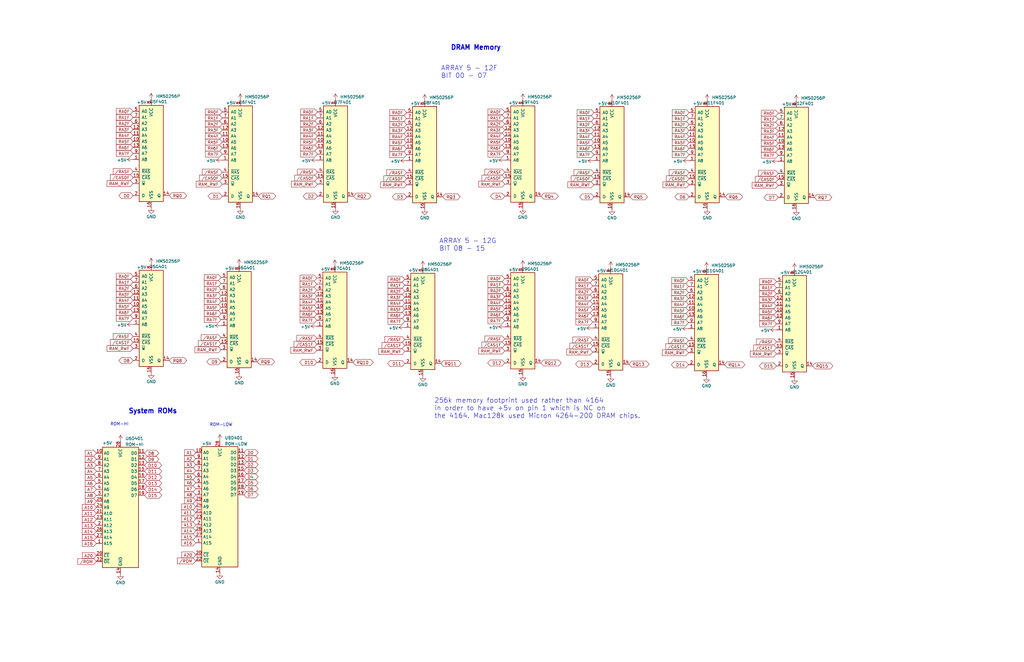
<source format=kicad_sch>
(kicad_sch (version 20211123) (generator eeschema)
  (paper "B")
  (title_block (title "Schematic, Main Logic Board, 128k") (date "2023-01-28") (rev "Redraw 001") (company "Apple Computer") (comment 1 "050-0073-C") (comment 2 "Release"))
  (lib_symbols
    (symbol "Memory_EPROM:27512"
      (property "Reference" "U" (at -7.62 26.67 0))
      (property "Value" "27512" (at 2.54 -26.67 0))
      (symbol "27512_1_1"
        (rectangle (start -7.62 25.4) (end 7.62 -25.4) (stroke (width 0.254)) (fill (type background)))
        (pin input line (at -10.16 -15.24 0) (length 2.54) (name "A15") (number "1"))
        (pin input line (at -10.16 22.86 0) (length 2.54) (name "A0") (number "10"))
        (pin tri_state line (at 10.16 22.86 180) (length 2.54) (name "D0") (number "11"))
        (pin tri_state line (at 10.16 20.32 180) (length 2.54) (name "D1") (number "12"))
        (pin tri_state line (at 10.16 17.78 180) (length 2.54) (name "D2") (number "13"))
        (pin power_in line (at 0 -27.94 90) (length 2.54) (name "GND") (number "14"))
        (pin tri_state line (at 10.16 15.24 180) (length 2.54) (name "D3") (number "15"))
        (pin tri_state line (at 10.16 12.7 180) (length 2.54) (name "D4") (number "16"))
        (pin tri_state line (at 10.16 10.16 180) (length 2.54) (name "D5") (number "17"))
        (pin tri_state line (at 10.16 7.62 180) (length 2.54) (name "D6") (number "18"))
        (pin tri_state line (at 10.16 5.08 180) (length 2.54) (name "D7") (number "19"))
        (pin input line (at -10.16 -7.62 0) (length 2.54) (name "A12") (number "2"))
        (pin input line (at -10.16 -20.32 0) (length 2.54) (name "~{CE}") (number "20"))
        (pin input line (at -10.16 -2.54 0) (length 2.54) (name "A10") (number "21"))
        (pin input line (at -10.16 -22.86 0) (length 2.54) (name "~{OE}") (number "22"))
        (pin input line (at -10.16 -5.08 0) (length 2.54) (name "A11") (number "23"))
        (pin input line (at -10.16 0 0) (length 2.54) (name "A9") (number "24"))
        (pin input line (at -10.16 2.54 0) (length 2.54) (name "A8") (number "25"))
        (pin input line (at -10.16 -10.16 0) (length 2.54) (name "A13") (number "26"))
        (pin input line (at -10.16 -12.7 0) (length 2.54) (name "A14") (number "27"))
        (pin power_in line (at 0 27.94 270) (length 2.54) (name "VCC") (number "28"))
        (pin input line (at -10.16 5.08 0) (length 2.54) (name "A7") (number "3"))
        (pin input line (at -10.16 7.62 0) (length 2.54) (name "A6") (number "4"))
        (pin input line (at -10.16 10.16 0) (length 2.54) (name "A5") (number "5"))
        (pin input line (at -10.16 12.7 0) (length 2.54) (name "A4") (number "6"))
        (pin input line (at -10.16 15.24 0) (length 2.54) (name "A3") (number "7"))
        (pin input line (at -10.16 17.78 0) (length 2.54) (name "A2") (number "8"))
        (pin input line (at -10.16 20.32 0) (length 2.54) (name "A1") (number "9"))
      )
    )
    (symbol "RAC_Custom2:HM50256P" (pin_names (offset 1.016))
      (property "Reference" "U" (at -5.08 21.59 0))
      (property "Value" "HM50256P" (at 11.43 21.59 0))
      (symbol "HM50256P_0_1"
        (rectangle (start -5.08 20.32) (end 5.08 -20.32) (stroke (width 0.254)) (fill (type background)))
      )
      (symbol "HM50256P_1_1"
        (pin input line (at -7.62 -2.54 0) (length 2.54) (name "A8") (number "1"))
        (pin input line (at -7.62 5.08 0) (length 2.54) (name "A5") (number "10"))
        (pin input line (at -7.62 7.62 0) (length 2.54) (name "A4") (number "11"))
        (pin input line (at -7.62 10.16 0) (length 2.54) (name "A3") (number "12"))
        (pin input line (at -7.62 2.54 0) (length 2.54) (name "A6") (number "13"))
        (pin tri_state line (at 7.62 -17.78 180) (length 2.54) (name "Q") (number "14"))
        (pin input line (at -7.62 -10.16 0) (length 2.54) (name "~{CAS}") (number "15"))
        (pin power_in line (at 0 -22.86 90) (length 2.54) (name "VSS") (number "16"))
        (pin input line (at -7.62 -17.78 0) (length 2.54) (name "D") (number "2"))
        (pin input line (at -7.62 -12.7 0) (length 2.54) (name "~{W}") (number "3"))
        (pin input line (at -7.62 -7.62 0) (length 2.54) (name "~{RAS}") (number "4"))
        (pin input line (at -7.62 17.78 0) (length 2.54) (name "A0") (number "5"))
        (pin input line (at -7.62 12.7 0) (length 2.54) (name "A2") (number "6"))
        (pin input line (at -7.62 15.24 0) (length 2.54) (name "A1") (number "7"))
        (pin power_in line (at 0 22.86 270) (length 2.54) (name "VCC") (number "8"))
        (pin input line (at -7.62 0 0) (length 2.54) (name "A7") (number "9"))
      )
    )
    (symbol "power:+5V" (power) (pin_names (offset 0))
      (property "Value" "+5V" (at 0 3.556 0))
      (symbol "+5V_0_1"
        (polyline (pts (xy -0.762 1.27) (xy 0 2.54)))
        (polyline (pts (xy 0 0) (xy 0 2.54)))
        (polyline (pts (xy 0 2.54) (xy 0.762 1.27)))
      )
      (symbol "+5V_1_1"
        (pin power_in line (at 0 0 90) (length 0) hide (name "+5V") (number "1"))
      )
    )
    (symbol "power:GND" (power) (pin_names (offset 0))
      (property "Value" "GND" (at 0 -3.81 0))
      (symbol "GND_0_1"
        (polyline (pts (xy 0 0) (xy 0 -1.27) (xy 1.27 -1.27) (xy 0 -2.54) (xy -1.27 -1.27) (xy 0 -1.27)))
      )
      (symbol "GND_1_1"
        (pin power_in line (at 0 0 270) (length 0) hide (name "GND") (number "1"))
      )
    )
  )
  (text "ARRAY 5 - 12F\nBIT 00 - 07" (at 185.928 33.274 0) (effects (font (size 2.0066 2.0066)) (justify left bottom)))
  (text "ROM-LOW" (at 88.392 180.086 0) (effects (font (size 1.27 1.27)) (justify left bottom)))
  (text "DRAM Memory" (at 189.992 21.336 0) (effects (font (size 2.0066 2.0066) (thickness 0.4013) bold) (justify left bottom)))
  (text "System ROMs" (at 54.102 174.752 0) (effects (font (size 2.0066 2.0066) (thickness 0.4013) bold) (justify left bottom)))
  (text "ARRAY 5 - 12G\nBIT 08 - 15" (at 185.166 106.172 0) (effects (font (size 2.0066 2.0066)) (justify left bottom)))
  (text "ROM-HI" (at 46.482 179.832 0) (effects (font (size 1.27 1.27)) (justify left bottom)))
  (text "256k memory footprint used rather than 4164\nin order to have +5v on pin 1 which is NC on\nthe 4164. Mac128k used Micron 4264-200 DRAM chips." (at 183.134 176.784 0) (effects (font (size 2.0066 2.0066)) (justify left bottom)))
  (global_label "RA2F" (shape input) (at 250.444 52.578 180) (property "Intersheet References" "${INTERSHEET_REFS}" (effects hide)))
  (global_label "RA2F" (shape input) (at 56.134 52.07 180) (property "Intersheet References" "${INTERSHEET_REFS}" (effects hide)))
  (global_label "RA3F" (shape input) (at 327.406 126.492 180) (property "Intersheet References" "${INTERSHEET_REFS}" (effects hide)))
  (global_label "RA2F" (shape input) (at 133.604 122.428 180) (property "Intersheet References" "${INTERSHEET_REFS}" (effects hide)))
  (global_label "RA4F" (shape input) (at 93.218 127.254 180) (property "Intersheet References" "${INTERSHEET_REFS}" (effects hide)))
  (global_label "RA7F" (shape input) (at 212.852 135.382 180) (property "Intersheet References" "${INTERSHEET_REFS}" (effects hide)))
  (global_label "RA3F" (shape input) (at 93.218 124.714 180) (property "Intersheet References" "${INTERSHEET_REFS}" (effects hide)))
  (global_label "{slash}CAS1F" (shape input) (at 56.134 144.526 180) (property "Intersheet References" "${INTERSHEET_REFS}" (effects hide)))
  (global_label "RQ0" (shape bidirectional) (at 71.374 82.55 0) (property "Intersheet References" "${INTERSHEET_REFS}" (effects hide)))
  (global_label "{slash}CAS1F" (shape input) (at 327.406 146.812 180) (property "Intersheet References" "${INTERSHEET_REFS}" (effects hide)))
  (global_label "RAM_RWF" (shape input) (at 56.134 147.066 180) (property "Intersheet References" "${INTERSHEET_REFS}" (effects hide)))
  (global_label "{slash}CAS1F" (shape input) (at 212.852 145.542 180) (property "Intersheet References" "${INTERSHEET_REFS}" (effects hide)))
  (global_label "RA6F" (shape input) (at 327.406 134.112 180) (property "Intersheet References" "${INTERSHEET_REFS}" (effects hide)))
  (global_label "RA1F" (shape input) (at 56.134 119.126 180) (property "Intersheet References" "${INTERSHEET_REFS}" (effects hide)))
  (global_label "D1" (shape bidirectional) (at 102.87 193.548 0) (property "Intersheet References" "${INTERSHEET_REFS}" (effects hide)))
  (global_label "RA1F" (shape input) (at 171.45 50.038 180) (property "Intersheet References" "${INTERSHEET_REFS}" (effects hide)))
  (global_label "A16" (shape input) (at 40.64 229.362 180) (property "Intersheet References" "${INTERSHEET_REFS}" (effects hide)))
  (global_label "D10" (shape bidirectional) (at 60.96 196.342 0) (property "Intersheet References" "${INTERSHEET_REFS}" (effects hide)))
  (global_label "RQ2" (shape bidirectional) (at 149.098 82.804 0) (property "Intersheet References" "${INTERSHEET_REFS}" (effects hide)))
  (global_label "RA6F" (shape input) (at 170.688 133.096 180) (property "Intersheet References" "${INTERSHEET_REFS}" (effects hide)))
  (global_label "RA2F" (shape input) (at 327.406 123.952 180) (property "Intersheet References" "${INTERSHEET_REFS}" (effects hide)))
  (global_label "RA0F" (shape input) (at 212.852 47.244 180) (property "Intersheet References" "${INTERSHEET_REFS}" (effects hide)))
  (global_label "A6" (shape input) (at 40.64 203.962 180) (property "Intersheet References" "${INTERSHEET_REFS}" (effects hide)))
  (global_label "RAM_RWF" (shape input) (at 93.726 77.724 180) (property "Intersheet References" "${INTERSHEET_REFS}" (effects hide)))
  (global_label "RA1F" (shape input) (at 93.218 119.634 180) (property "Intersheet References" "${INTERSHEET_REFS}" (effects hide)))
  (global_label "A9" (shape input) (at 40.64 211.582 180) (property "Intersheet References" "${INTERSHEET_REFS}" (effects hide)))
  (global_label "RA7F" (shape input) (at 328.168 65.532 180) (property "Intersheet References" "${INTERSHEET_REFS}" (effects hide)))
  (global_label "D1" (shape bidirectional) (at 93.726 82.804 180) (property "Intersheet References" "${INTERSHEET_REFS}" (effects hide)))
  (global_label "RQ6" (shape bidirectional) (at 305.816 83.058 0) (property "Intersheet References" "${INTERSHEET_REFS}" (effects hide)))
  (global_label "{slash}CAS1F" (shape input) (at 170.688 145.796 180) (property "Intersheet References" "${INTERSHEET_REFS}" (effects hide)))
  (global_label "RQ5" (shape bidirectional) (at 265.684 83.058 0) (property "Intersheet References" "${INTERSHEET_REFS}" (effects hide)))
  (global_label "A12" (shape input) (at 82.55 218.948 180) (property "Intersheet References" "${INTERSHEET_REFS}" (effects hide)))
  (global_label "RA7F" (shape input) (at 56.134 64.77 180) (property "Intersheet References" "${INTERSHEET_REFS}" (effects hide)))
  (global_label "RA0F" (shape input) (at 93.726 47.244 180) (property "Intersheet References" "${INTERSHEET_REFS}" (effects hide)))
  (global_label "RA4F" (shape input) (at 56.134 57.15 180) (property "Intersheet References" "${INTERSHEET_REFS}" (effects hide)))
  (global_label "D0" (shape bidirectional) (at 102.87 191.008 0) (property "Intersheet References" "${INTERSHEET_REFS}" (effects hide)))
  (global_label "RA0F" (shape input) (at 328.168 47.752 180) (property "Intersheet References" "${INTERSHEET_REFS}" (effects hide)))
  (global_label "RAM_RWF" (shape input) (at 328.168 78.232 180) (property "Intersheet References" "${INTERSHEET_REFS}" (effects hide)))
  (global_label "RA3F" (shape input) (at 133.858 54.864 180) (property "Intersheet References" "${INTERSHEET_REFS}" (effects hide)))
  (global_label "A13" (shape input) (at 82.55 221.488 180) (property "Intersheet References" "${INTERSHEET_REFS}" (effects hide)))
  (global_label "RA2F" (shape input) (at 93.726 52.324 180) (property "Intersheet References" "${INTERSHEET_REFS}" (effects hide)))
  (global_label "RA5F" (shape input) (at 133.858 59.944 180) (property "Intersheet References" "${INTERSHEET_REFS}" (effects hide)))
  (global_label "RA0F" (shape input) (at 290.322 118.364 180) (property "Intersheet References" "${INTERSHEET_REFS}" (effects hide)))
  (global_label "RA6F" (shape input) (at 290.322 133.604 180) (property "Intersheet References" "${INTERSHEET_REFS}" (effects hide)))
  (global_label "RA3F" (shape input) (at 212.852 54.864 180) (property "Intersheet References" "${INTERSHEET_REFS}" (effects hide)))
  (global_label "RAM_RWF" (shape input) (at 290.322 148.844 180) (property "Intersheet References" "${INTERSHEET_REFS}" (effects hide)))
  (global_label "RA0F" (shape input) (at 93.218 117.094 180) (property "Intersheet References" "${INTERSHEET_REFS}" (effects hide)))
  (global_label "{slash}CAS0F" (shape input) (at 250.444 75.438 180) (property "Intersheet References" "${INTERSHEET_REFS}" (effects hide)))
  (global_label "RA2F" (shape input) (at 212.852 52.324 180) (property "Intersheet References" "${INTERSHEET_REFS}" (effects hide)))
  (global_label "RA5F" (shape input) (at 56.134 59.69 180) (property "Intersheet References" "${INTERSHEET_REFS}" (effects hide)))
  (global_label "RA7F" (shape input) (at 133.858 65.024 180) (property "Intersheet References" "${INTERSHEET_REFS}" (effects hide)))
  (global_label "RA0F" (shape input) (at 212.852 117.602 180) (property "Intersheet References" "${INTERSHEET_REFS}" (effects hide)))
  (global_label "A6" (shape input) (at 82.55 203.708 180) (property "Intersheet References" "${INTERSHEET_REFS}" (effects hide)))
  (global_label "RA6F" (shape input) (at 93.726 62.484 180) (property "Intersheet References" "${INTERSHEET_REFS}" (effects hide)))
  (global_label "D14" (shape bidirectional) (at 60.96 206.502 0) (property "Intersheet References" "${INTERSHEET_REFS}" (effects hide)))
  (global_label "RA0F" (shape input) (at 56.134 46.99 180) (property "Intersheet References" "${INTERSHEET_REFS}" (effects hide)))
  (global_label "RA3F" (shape input) (at 93.726 54.864 180) (property "Intersheet References" "${INTERSHEET_REFS}" (effects hide)))
  (global_label "RA7F" (shape input) (at 250.444 65.278 180) (property "Intersheet References" "${INTERSHEET_REFS}" (effects hide)))
  (global_label "{slash}CAS0F" (shape input) (at 171.45 75.438 180) (property "Intersheet References" "${INTERSHEET_REFS}" (effects hide)))
  (global_label "RA4F" (shape input) (at 171.45 57.658 180) (property "Intersheet References" "${INTERSHEET_REFS}" (effects hide)))
  (global_label "RQ12" (shape bidirectional) (at 228.092 153.162 0) (property "Intersheet References" "${INTERSHEET_REFS}" (effects hide)))
  (global_label "RA4F" (shape input) (at 133.604 127.508 180) (property "Intersheet References" "${INTERSHEET_REFS}" (effects hide)))
  (global_label "D3" (shape bidirectional) (at 171.45 83.058 180) (property "Intersheet References" "${INTERSHEET_REFS}" (effects hide)))
  (global_label "RA4F" (shape input) (at 328.168 57.912 180) (property "Intersheet References" "${INTERSHEET_REFS}" (effects hide)))
  (global_label "RA4F" (shape input) (at 133.858 57.404 180) (property "Intersheet References" "${INTERSHEET_REFS}" (effects hide)))
  (global_label "RA5F" (shape input) (at 290.322 131.064 180) (property "Intersheet References" "${INTERSHEET_REFS}" (effects hide)))
  (global_label "{slash}RASF" (shape input) (at 212.852 72.644 180) (property "Intersheet References" "${INTERSHEET_REFS}" (effects hide)))
  (global_label "A3" (shape input) (at 82.55 196.088 180) (property "Intersheet References" "${INTERSHEET_REFS}" (effects hide)))
  (global_label "RA5F" (shape input) (at 290.576 60.198 180) (property "Intersheet References" "${INTERSHEET_REFS}" (effects hide)))
  (global_label "RA2F" (shape input) (at 133.858 52.324 180) (property "Intersheet References" "${INTERSHEET_REFS}" (effects hide)))
  (global_label "D12" (shape bidirectional) (at 60.96 201.422 0) (property "Intersheet References" "${INTERSHEET_REFS}" (effects hide)))
  (global_label "{slash}CAS0F" (shape input) (at 212.852 75.184 180) (property "Intersheet References" "${INTERSHEET_REFS}" (effects hide)))
  (global_label "RA1F" (shape input) (at 290.576 50.038 180) (property "Intersheet References" "${INTERSHEET_REFS}" (effects hide)))
  (global_label "RA3F" (shape input) (at 56.134 124.206 180) (property "Intersheet References" "${INTERSHEET_REFS}" (effects hide)))
  (global_label "RA5F" (shape input) (at 212.852 130.302 180) (property "Intersheet References" "${INTERSHEET_REFS}" (effects hide)))
  (global_label "RA6F" (shape input) (at 212.852 132.842 180) (property "Intersheet References" "${INTERSHEET_REFS}" (effects hide)))
  (global_label "RA7F" (shape input) (at 249.936 135.89 180) (property "Intersheet References" "${INTERSHEET_REFS}" (effects hide)))
  (global_label "A4" (shape input) (at 82.55 198.628 180) (property "Intersheet References" "${INTERSHEET_REFS}" (effects hide)))
  (global_label "{slash}RASF" (shape input) (at 56.134 72.39 180) (property "Intersheet References" "${INTERSHEET_REFS}" (effects hide)))
  (global_label "RAM_RWF" (shape input) (at 93.218 147.574 180) (property "Intersheet References" "${INTERSHEET_REFS}" (effects hide)))
  (global_label "D2" (shape bidirectional) (at 133.858 82.804 180) (property "Intersheet References" "${INTERSHEET_REFS}" (effects hide)))
  (global_label "RA3F" (shape input) (at 170.688 125.476 180) (property "Intersheet References" "${INTERSHEET_REFS}" (effects hide)))
  (global_label "A2" (shape input) (at 82.55 193.548 180) (property "Intersheet References" "${INTERSHEET_REFS}" (effects hide)))
  (global_label "RA0F" (shape input) (at 170.688 117.856 180) (property "Intersheet References" "${INTERSHEET_REFS}" (effects hide)))
  (global_label "{slash}RASF" (shape input) (at 290.576 72.898 180) (property "Intersheet References" "${INTERSHEET_REFS}" (effects hide)))
  (global_label "{slash}RASF" (shape input) (at 250.444 72.898 180) (property "Intersheet References" "${INTERSHEET_REFS}" (effects hide)))
  (global_label "D8" (shape bidirectional) (at 60.96 191.262 0) (property "Intersheet References" "${INTERSHEET_REFS}" (effects hide)))
  (global_label "D4" (shape bidirectional) (at 102.87 201.168 0) (property "Intersheet References" "${INTERSHEET_REFS}" (effects hide)))
  (global_label "RA7F" (shape input) (at 290.322 136.144 180) (property "Intersheet References" "${INTERSHEET_REFS}" (effects hide)))
  (global_label "RA4F" (shape input) (at 249.936 128.27 180) (property "Intersheet References" "${INTERSHEET_REFS}" (effects hide)))
  (global_label "RA7F" (shape input) (at 93.218 134.874 180) (property "Intersheet References" "${INTERSHEET_REFS}" (effects hide)))
  (global_label "RAM_RWF" (shape input) (at 56.134 77.47 180) (property "Intersheet References" "${INTERSHEET_REFS}" (effects hide)))
  (global_label "D5" (shape bidirectional) (at 102.87 203.708 0) (property "Intersheet References" "${INTERSHEET_REFS}" (effects hide)))
  (global_label "RA6F" (shape input) (at 133.604 132.588 180) (property "Intersheet References" "${INTERSHEET_REFS}" (effects hide)))
  (global_label "D14" (shape bidirectional) (at 290.322 153.924 180) (property "Intersheet References" "${INTERSHEET_REFS}" (effects hide)))
  (global_label "{slash}CAS0F" (shape input) (at 328.168 75.692 180) (property "Intersheet References" "${INTERSHEET_REFS}" (effects hide)))
  (global_label "RQ3" (shape bidirectional) (at 186.69 83.058 0) (property "Intersheet References" "${INTERSHEET_REFS}" (effects hide)))
  (global_label "D9" (shape bidirectional) (at 93.218 152.654 180) (property "Intersheet References" "${INTERSHEET_REFS}" (effects hide)))
  (global_label "RA3F" (shape input) (at 133.604 124.968 180) (property "Intersheet References" "${INTERSHEET_REFS}" (effects hide)))
  (global_label "RA3F" (shape input) (at 56.134 54.61 180) (property "Intersheet References" "${INTERSHEET_REFS}" (effects hide)))
  (global_label "D5" (shape bidirectional) (at 250.444 83.058 180) (property "Intersheet References" "${INTERSHEET_REFS}" (effects hide)))
  (global_label "A15" (shape input) (at 82.55 226.568 180) (property "Intersheet References" "${INTERSHEET_REFS}" (effects hide)))
  (global_label "RA2F" (shape input) (at 328.168 52.832 180) (property "Intersheet References" "${INTERSHEET_REFS}" (effects hide)))
  (global_label "RA6F" (shape input) (at 56.134 62.23 180) (property "Intersheet References" "${INTERSHEET_REFS}" (effects hide)))
  (global_label "{slash}CAS0F" (shape input) (at 133.858 75.184 180) (property "Intersheet References" "${INTERSHEET_REFS}" (effects hide)))
  (global_label "RA2F" (shape input) (at 170.688 122.936 180) (property "Intersheet References" "${INTERSHEET_REFS}" (effects hide)))
  (global_label "RA7F" (shape input) (at 93.726 65.024 180) (property "Intersheet References" "${INTERSHEET_REFS}" (effects hide)))
  (global_label "{slash}CAS1F" (shape input) (at 93.218 145.034 180) (property "Intersheet References" "${INTERSHEET_REFS}" (effects hide)))
  (global_label "RA5F" (shape input) (at 170.688 130.556 180) (property "Intersheet References" "${INTERSHEET_REFS}" (effects hide)))
  (global_label "RA0F" (shape input) (at 171.45 47.498 180) (property "Intersheet References" "${INTERSHEET_REFS}" (effects hide)))
  (global_label "A11" (shape input) (at 40.64 216.662 180) (property "Intersheet References" "${INTERSHEET_REFS}" (effects hide)))
  (global_label "RA7F" (shape input) (at 171.45 65.278 180) (property "Intersheet References" "${INTERSHEET_REFS}" (effects hide)))
  (global_label "RQ14" (shape bidirectional) (at 305.562 153.924 0) (property "Intersheet References" "${INTERSHEET_REFS}" (effects hide)))
  (global_label "RA2F" (shape input) (at 56.134 121.666 180) (property "Intersheet References" "${INTERSHEET_REFS}" (effects hide)))
  (global_label "RA7F" (shape input) (at 56.134 134.366 180) (property "Intersheet References" "${INTERSHEET_REFS}" (effects hide)))
  (global_label "D7" (shape bidirectional) (at 328.168 83.312 180) (property "Intersheet References" "${INTERSHEET_REFS}" (effects hide)))
  (global_label "RQ11" (shape bidirectional) (at 185.928 153.416 0) (property "Intersheet References" "${INTERSHEET_REFS}" (effects hide)))
  (global_label "D6" (shape bidirectional) (at 102.87 206.248 0) (property "Intersheet References" "${INTERSHEET_REFS}" (effects hide)))
  (global_label "RA2F" (shape input) (at 212.852 122.682 180) (property "Intersheet References" "${INTERSHEET_REFS}" (effects hide)))
  (global_label "A7" (shape input) (at 40.64 206.502 180) (property "Intersheet References" "${INTERSHEET_REFS}" (effects hide)))
  (global_label "RA1F" (shape input) (at 212.852 49.784 180) (property "Intersheet References" "${INTERSHEET_REFS}" (effects hide)))
  (global_label "RA1F" (shape input) (at 328.168 50.292 180) (property "Intersheet References" "${INTERSHEET_REFS}" (effects hide)))
  (global_label "RA4F" (shape input) (at 93.726 57.404 180) (property "Intersheet References" "${INTERSHEET_REFS}" (effects hide)))
  (global_label "D15" (shape bidirectional) (at 327.406 154.432 180) (property "Intersheet References" "${INTERSHEET_REFS}" (effects hide)))
  (global_label "RAM_RWF" (shape input) (at 170.688 148.336 180) (property "Intersheet References" "${INTERSHEET_REFS}" (effects hide)))
  (global_label "RA3F" (shape input) (at 171.45 55.118 180) (property "Intersheet References" "${INTERSHEET_REFS}" (effects hide)))
  (global_label "D15" (shape bidirectional) (at 60.96 209.042 0) (property "Intersheet References" "${INTERSHEET_REFS}" (effects hide)))
  (global_label "{slash}RASF" (shape input) (at 133.604 142.748 180) (property "Intersheet References" "${INTERSHEET_REFS}" (effects hide)))
  (global_label "RQ15" (shape bidirectional) (at 342.646 154.432 0) (property "Intersheet References" "${INTERSHEET_REFS}" (effects hide)))
  (global_label "RA6F" (shape input) (at 212.852 62.484 180) (property "Intersheet References" "${INTERSHEET_REFS}" (effects hide)))
  (global_label "RA2F" (shape input) (at 249.936 123.19 180) (property "Intersheet References" "${INTERSHEET_REFS}" (effects hide)))
  (global_label "A5" (shape input) (at 40.64 201.422 180) (property "Intersheet References" "${INTERSHEET_REFS}" (effects hide)))
  (global_label "RA1F" (shape input) (at 56.134 49.53 180) (property "Intersheet References" "${INTERSHEET_REFS}" (effects hide)))
  (global_label "A9" (shape input) (at 82.55 211.328 180) (property "Intersheet References" "${INTERSHEET_REFS}" (effects hide)))
  (global_label "{slash}RASF" (shape input) (at 170.688 143.256 180) (property "Intersheet References" "${INTERSHEET_REFS}" (effects hide)))
  (global_label "{slash}CAS0F" (shape input) (at 56.134 74.93 180) (property "Intersheet References" "${INTERSHEET_REFS}" (effects hide)))
  (global_label "A3" (shape input) (at 40.64 196.342 180) (property "Intersheet References" "${INTERSHEET_REFS}" (effects hide)))
  (global_label "RA6F" (shape input) (at 249.936 133.35 180) (property "Intersheet References" "${INTERSHEET_REFS}" (effects hide)))
  (global_label "{slash}CAS1F" (shape input) (at 290.322 146.304 180) (property "Intersheet References" "${INTERSHEET_REFS}" (effects hide)))
  (global_label "RAM_RWF" (shape input) (at 327.406 149.352 180) (property "Intersheet References" "${INTERSHEET_REFS}" (effects hide)))
  (global_label "A4" (shape input) (at 40.64 198.882 180) (property "Intersheet References" "${INTERSHEET_REFS}" (effects hide)))
  (global_label "RA3F" (shape input) (at 250.444 55.118 180) (property "Intersheet References" "${INTERSHEET_REFS}" (effects hide)))
  (global_label "A14" (shape input) (at 82.55 224.028 180) (property "Intersheet References" "${INTERSHEET_REFS}" (effects hide)))
  (global_label "{slash}RASF" (shape input) (at 56.134 141.986 180) (property "Intersheet References" "${INTERSHEET_REFS}" (effects hide)))
  (global_label "RQ13" (shape bidirectional) (at 265.176 153.67 0) (property "Intersheet References" "${INTERSHEET_REFS}" (effects hide)))
  (global_label "RA3F" (shape input) (at 212.852 125.222 180) (property "Intersheet References" "${INTERSHEET_REFS}" (effects hide)))
  (global_label "RA3F" (shape input) (at 249.936 125.73 180) (property "Intersheet References" "${INTERSHEET_REFS}" (effects hide)))
  (global_label "RA1F" (shape input) (at 250.444 50.038 180) (property "Intersheet References" "${INTERSHEET_REFS}" (effects hide)))
  (global_label "RA5F" (shape input) (at 250.444 60.198 180) (property "Intersheet References" "${INTERSHEET_REFS}" (effects hide)))
  (global_label "RA5F" (shape input) (at 212.852 59.944 180) (property "Intersheet References" "${INTERSHEET_REFS}" (effects hide)))
  (global_label "RQ10" (shape bidirectional) (at 148.844 152.908 0) (property "Intersheet References" "${INTERSHEET_REFS}" (effects hide)))
  (global_label "RA0F" (shape input) (at 133.604 117.348 180) (property "Intersheet References" "${INTERSHEET_REFS}" (effects hide)))
  (global_label "{slash}RASF" (shape input) (at 249.936 143.51 180) (property "Intersheet References" "${INTERSHEET_REFS}" (effects hide)))
  (global_label "RA5F" (shape input) (at 93.218 129.794 180) (property "Intersheet References" "${INTERSHEET_REFS}" (effects hide)))
  (global_label "D2" (shape bidirectional) (at 102.87 196.088 0) (property "Intersheet References" "${INTERSHEET_REFS}" (effects hide)))
  (global_label "{slash}RASF" (shape input) (at 133.858 72.644 180) (property "Intersheet References" "${INTERSHEET_REFS}" (effects hide)))
  (global_label "D11" (shape bidirectional) (at 170.688 153.416 180) (property "Intersheet References" "${INTERSHEET_REFS}" (effects hide)))
  (global_label "A7" (shape input) (at 82.55 206.248 180) (property "Intersheet References" "${INTERSHEET_REFS}" (effects hide)))
  (global_label "RQ1" (shape bidirectional) (at 108.966 82.804 0) (property "Intersheet References" "${INTERSHEET_REFS}" (effects hide)))
  (global_label "A11" (shape input) (at 82.55 216.408 180) (property "Intersheet References" "${INTERSHEET_REFS}" (effects hide)))
  (global_label "A16" (shape input) (at 82.55 229.108 180) (property "Intersheet References" "${INTERSHEET_REFS}" (effects hide)))
  (global_label "RA0F" (shape input) (at 327.406 118.872 180) (property "Intersheet References" "${INTERSHEET_REFS}" (effects hide)))
  (global_label "RAM_RWF" (shape input) (at 212.852 77.724 180) (property "Intersheet References" "${INTERSHEET_REFS}" (effects hide)))
  (global_label "D8" (shape bidirectional) (at 56.134 152.146 180) (property "Intersheet References" "${INTERSHEET_REFS}" (effects hide)))
  (global_label "RA3F" (shape input) (at 328.168 55.372 180) (property "Intersheet References" "${INTERSHEET_REFS}" (effects hide)))
  (global_label "RAM_RWF" (shape input) (at 212.852 148.082 180) (property "Intersheet References" "${INTERSHEET_REFS}" (effects hide)))
  (global_label "A14" (shape input) (at 40.64 224.282 180) (property "Intersheet References" "${INTERSHEET_REFS}" (effects hide)))
  (global_label "{slash}RASF" (shape input) (at 171.45 72.898 180) (property "Intersheet References" "${INTERSHEET_REFS}" (effects hide)))
  (global_label "RA0F" (shape input) (at 133.858 47.244 180) (property "Intersheet References" "${INTERSHEET_REFS}" (effects hide)))
  (global_label "{slash}RASF" (shape input) (at 328.168 73.152 180) (property "Intersheet References" "${INTERSHEET_REFS}" (effects hide)))
  (global_label "RA5F" (shape input) (at 328.168 60.452 180) (property "Intersheet References" "${INTERSHEET_REFS}" (effects hide)))
  (global_label "RA4F" (shape input) (at 212.852 57.404 180) (property "Intersheet References" "${INTERSHEET_REFS}" (effects hide)))
  (global_label "RA6F" (shape input) (at 56.134 131.826 180) (property "Intersheet References" "${INTERSHEET_REFS}" (effects hide)))
  (global_label "RA1F" (shape input) (at 93.726 49.784 180) (property "Intersheet References" "${INTERSHEET_REFS}" (effects hide)))
  (global_label "RA1F" (shape input) (at 290.322 120.904 180) (property "Intersheet References" "${INTERSHEET_REFS}" (effects hide)))
  (global_label "RA0F" (shape input) (at 250.444 47.498 180) (property "Intersheet References" "${INTERSHEET_REFS}" (effects hide)))
  (global_label "RA2F" (shape input) (at 290.576 52.578 180) (property "Intersheet References" "${INTERSHEET_REFS}" (effects hide)))
  (global_label "RA6F" (shape input) (at 133.858 62.484 180) (property "Intersheet References" "${INTERSHEET_REFS}" (effects hide)))
  (global_label "RA4F" (shape input) (at 290.576 57.658 180) (property "Intersheet References" "${INTERSHEET_REFS}" (effects hide)))
  (global_label "D6" (shape bidirectional) (at 290.576 83.058 180) (property "Intersheet References" "${INTERSHEET_REFS}" (effects hide)))
  (global_label "{slash}RASF" (shape input) (at 93.218 142.494 180) (property "Intersheet References" "${INTERSHEET_REFS}" (effects hide)))
  (global_label "D4" (shape bidirectional) (at 212.852 82.804 180) (property "Intersheet References" "${INTERSHEET_REFS}" (effects hide)))
  (global_label "A10" (shape input) (at 40.64 214.122 180) (property "Intersheet References" "${INTERSHEET_REFS}" (effects hide)))
  (global_label "A20" (shape input) (at 40.64 234.442 180) (property "Intersheet References" "${INTERSHEET_REFS}" (effects hide)))
  (global_label "A8" (shape input) (at 82.55 208.788 180) (property "Intersheet References" "${INTERSHEET_REFS}" (effects hide)))
  (global_label "RA5F" (shape input) (at 93.726 59.944 180) (property "Intersheet References" "${INTERSHEET_REFS}" (effects hide)))
  (global_label "A2" (shape input) (at 40.64 193.802 180) (property "Intersheet References" "${INTERSHEET_REFS}" (effects hide)))
  (global_label "{slash}RASF" (shape input) (at 327.406 144.272 180) (property "Intersheet References" "${INTERSHEET_REFS}" (effects hide)))
  (global_label "RAM_RWF" (shape input) (at 249.936 148.59 180) (property "Intersheet References" "${INTERSHEET_REFS}" (effects hide)))
  (global_label "RA4F" (shape input) (at 327.406 129.032 180) (property "Intersheet References" "${INTERSHEET_REFS}" (effects hide)))
  (global_label "D0" (shape bidirectional) (at 56.134 82.55 180) (property "Intersheet References" "${INTERSHEET_REFS}" (effects hide)))
  (global_label "D7" (shape bidirectional) (at 102.87 208.788 0) (property "Intersheet References" "${INTERSHEET_REFS}" (effects hide)))
  (global_label "RA1F" (shape input) (at 212.852 120.142 180) (property "Intersheet References" "${INTERSHEET_REFS}" (effects hide)))
  (global_label "RA1F" (shape input) (at 170.688 120.396 180) (property "Intersheet References" "${INTERSHEET_REFS}" (effects hide)))
  (global_label "A13" (shape input) (at 40.64 221.742 180) (property "Intersheet References" "${INTERSHEET_REFS}" (effects hide)))
  (global_label "D13" (shape bidirectional) (at 249.936 153.67 180) (property "Intersheet References" "${INTERSHEET_REFS}" (effects hide)))
  (global_label "{slash}ROM" (shape input) (at 40.64 236.982 180) (property "Intersheet References" "${INTERSHEET_REFS}" (effects hide)))
  (global_label "RA7F" (shape input) (at 327.406 136.652 180) (property "Intersheet References" "${INTERSHEET_REFS}" (effects hide)))
  (global_label "RA1F" (shape input) (at 133.858 49.784 180) (property "Intersheet References" "${INTERSHEET_REFS}" (effects hide)))
  (global_label "{slash}CAS0F" (shape input) (at 290.576 75.438 180) (property "Intersheet References" "${INTERSHEET_REFS}" (effects hide)))
  (global_label "{slash}ROM" (shape input) (at 82.55 236.728 180) (property "Intersheet References" "${INTERSHEET_REFS}" (effects hide)))
  (global_label "RA0F" (shape input) (at 290.576 47.498 180) (property "Intersheet References" "${INTERSHEET_REFS}" (effects hide)))
  (global_label "RQ8" (shape bidirectional) (at 71.374 152.146 0) (property "Intersheet References" "${INTERSHEET_REFS}" (effects hide)))
  (global_label "RA1F" (shape input) (at 327.406 121.412 180) (property "Intersheet References" "${INTERSHEET_REFS}" (effects hide)))
  (global_label "{slash}CAS1F" (shape input) (at 249.936 146.05 180) (property "Intersheet References" "${INTERSHEET_REFS}" (effects hide)))
  (global_label "D11" (shape bidirectional) (at 60.96 198.882 0) (property "Intersheet References" "${INTERSHEET_REFS}" (effects hide)))
  (global_label "RA5F" (shape input) (at 249.936 130.81 180) (property "Intersheet References" "${INTERSHEET_REFS}" (effects hide)))
  (global_label "RA6F" (shape input) (at 171.45 62.738 180) (property "Intersheet References" "${INTERSHEET_REFS}" (effects hide)))
  (global_label "RA7F" (shape input) (at 212.852 65.024 180) (property "Intersheet References" "${INTERSHEET_REFS}" (effects hide)))
  (global_label "D9" (shape bidirectional) (at 60.96 193.802 0) (property "Intersheet References" "${INTERSHEET_REFS}" (effects hide)))
  (global_label "RA7F" (shape input) (at 170.688 135.636 180) (property "Intersheet References" "${INTERSHEET_REFS}" (effects hide)))
  (global_label "A15" (shape input) (at 40.64 226.822 180) (property "Intersheet References" "${INTERSHEET_REFS}" (effects hide)))
  (global_label "{slash}RASF" (shape input) (at 93.726 72.644 180) (property "Intersheet References" "${INTERSHEET_REFS}" (effects hide)))
  (global_label "RA6F" (shape input) (at 250.444 62.738 180) (property "Intersheet References" "${INTERSHEET_REFS}" (effects hide)))
  (global_label "RAM_RWF" (shape input) (at 133.604 147.828 180) (property "Intersheet References" "${INTERSHEET_REFS}" (effects hide)))
  (global_label "RA2F" (shape input) (at 171.45 52.578 180) (property "Intersheet References" "${INTERSHEET_REFS}" (effects hide)))
  (global_label "RA4F" (shape input) (at 56.134 126.746 180) (property "Intersheet References" "${INTERSHEET_REFS}" (effects hide)))
  (global_label "A8" (shape input) (at 40.64 209.042 180) (property "Intersheet References" "${INTERSHEET_REFS}" (effects hide)))
  (global_label "RA3F" (shape input) (at 290.576 55.118 180) (property "Intersheet References" "${INTERSHEET_REFS}" (effects hide)))
  (global_label "RA5F" (shape input) (at 171.45 60.198 180) (property "Intersheet References" "${INTERSHEET_REFS}" (effects hide)))
  (global_label "RA5F" (shape input) (at 56.134 129.286 180) (property "Intersheet References" "${INTERSHEET_REFS}" (effects hide)))
  (global_label "A10" (shape input) (at 82.55 213.868 180) (property "Intersheet References" "${INTERSHEET_REFS}" (effects hide)))
  (global_label "{slash}CAS1F" (shape input) (at 133.604 145.288 180) (property "Intersheet References" "${INTERSHEET_REFS}" (effects hide)))
  (global_label "RA6F" (shape input) (at 93.218 132.334 180) (property "Intersheet References" "${INTERSHEET_REFS}" (effects hide)))
  (global_label "{slash}RASF" (shape input) (at 212.852 143.002 180) (property "Intersheet References" "${INTERSHEET_REFS}" (effects hide)))
  (global_label "RAM_RWF" (shape input) (at 290.576 77.978 180) (property "Intersheet References" "${INTERSHEET_REFS}" (effects hide)))
  (global_label "D12" (shape bidirectional) (at 212.852 153.162 180) (property "Intersheet References" "${INTERSHEET_REFS}" (effects hide)))
  (global_label "RA1F" (shape input) (at 249.936 120.65 180) (property "Intersheet References" "${INTERSHEET_REFS}" (effects hide)))
  (global_label "RA4F" (shape input) (at 212.852 127.762 180) (property "Intersheet References" "${INTERSHEET_REFS}" (effects hide)))
  (global_label "RA6F" (shape input) (at 290.576 62.738 180) (property "Intersheet References" "${INTERSHEET_REFS}" (effects hide)))
  (global_label "RA7F" (shape input) (at 133.604 135.128 180) (property "Intersheet References" "${INTERSHEET_REFS}" (effects hide)))
  (global_label "A5" (shape input) (at 82.55 201.168 180) (property "Intersheet References" "${INTERSHEET_REFS}" (effects hide)))
  (global_label "{slash}CAS0F" (shape input) (at 93.726 75.184 180) (property "Intersheet References" "${INTERSHEET_REFS}" (effects hide)))
  (global_label "RA4F" (shape input) (at 250.444 57.658 180) (property "Intersheet References" "${INTERSHEET_REFS}" (effects hide)))
  (global_label "RAM_RWF" (shape input) (at 171.45 77.978 180) (property "Intersheet References" "${INTERSHEET_REFS}" (effects hide)))
  (global_label "RA4F" (shape input) (at 170.688 128.016 180) (property "Intersheet References" "${INTERSHEET_REFS}" (effects hide)))
  (global_label "A20" (shape input) (at 82.55 234.188 180) (property "Intersheet References" "${INTERSHEET_REFS}" (effects hide)))
  (global_label "RA2F" (shape input) (at 93.218 122.174 180) (property "Intersheet References" "${INTERSHEET_REFS}" (effects hide)))
  (global_label "RA7F" (shape input) (at 290.576 65.278 180) (property "Intersheet References" "${INTERSHEET_REFS}" (effects hide)))
  (global_label "D3" (shape bidirectional) (at 102.87 198.628 0) (property "Intersheet References" "${INTERSHEET_REFS}" (effects hide)))
  (global_label "RA6F" (shape input) (at 328.168 62.992 180) (property "Intersheet References" "${INTERSHEET_REFS}" (effects hide)))
  (global_label "D13" (shape bidirectional) (at 60.96 203.962 0) (property "Intersheet References" "${INTERSHEET_REFS}" (effects hide)))
  (global_label "RA0F" (shape input) (at 249.936 118.11 180) (property "Intersheet References" "${INTERSHEET_REFS}" (effects hide)))
  (global_label "RAM_RWF" (shape input) (at 133.858 77.724 180) (property "Intersheet References" "${INTERSHEET_REFS}" (effects hide)))
  (global_label "A12" (shape input) (at 40.64 219.202 180) (property "Intersheet References" "${INTERSHEET_REFS}" (effects hide)))
  (global_label "A1" (shape input) (at 40.64 191.262 180) (property "Intersheet References" "${INTERSHEET_REFS}" (effects hide)))
  (global_label "RQ7" (shape bidirectional) (at 343.408 83.312 0) (property "Intersheet References" "${INTERSHEET_REFS}" (effects hide)))
  (global_label "RAM_RWF" (shape input) (at 250.444 77.978 180) (property "Intersheet References" "${INTERSHEET_REFS}" (effects hide)))
  (global_label "A1" (shape input) (at 82.55 191.008 180) (property "Intersheet References" "${INTERSHEET_REFS}" (effects hide)))
  (global_label "RA3F" (shape input) (at 290.322 125.984 180) (property "Intersheet References" "${INTERSHEET_REFS}" (effects hide)))
  (global_label "RA5F" (shape input) (at 133.604 130.048 180) (property "Intersheet References" "${INTERSHEET_REFS}" (effects hide)))
  (global_label "{slash}RASF" (shape input) (at 290.322 143.764 180) (property "Intersheet References" "${INTERSHEET_REFS}" (effects hide)))
  (global_label "RA0F" (shape input) (at 56.134 116.586 180) (property "Intersheet References" "${INTERSHEET_REFS}" (effects hide)))
  (global_label "RA4F" (shape input) (at 290.322 128.524 180) (property "Intersheet References" "${INTERSHEET_REFS}" (effects hide)))
  (global_label "RQ9" (shape bidirectional) (at 108.458 152.654 0) (property "Intersheet References" "${INTERSHEET_REFS}" (effects hide)))
  (global_label "RQ4" (shape bidirectional) (at 228.092 82.804 0) (property "Intersheet References" "${INTERSHEET_REFS}" (effects hide)))
  (global_label "D10" (shape bidirectional) (at 133.604 152.908 180) (property "Intersheet References" "${INTERSHEET_REFS}" (effects hide)))
  (global_label "RA2F" (shape input) (at 290.322 123.444 180) (property "Intersheet References" "${INTERSHEET_REFS}" (effects hide)))
  (global_label "RA1F" (shape input) (at 133.604 119.888 180) (property "Intersheet References" "${INTERSHEET_REFS}" (effects hide)))
  (global_label "RA5F" (shape input) (at 327.406 131.572 180) (property "Intersheet References" "${INTERSHEET_REFS}" (effects hide)))
  (symbol (lib_id "power:+5V") (at 56.134 67.31 90) (unit 1)
    (property "Reference" "#PWR0403" (effects hide))
    (property "Value" "+5V" (at 49.276 67.564 90) (effects (justify right)))
  )
  (symbol (lib_id "power:+5V") (at 178.308 112.776 0) (unit 1)
    (property "Reference" "#PWR0425" (effects hide))
    (property "Value" "+5V" (at 172.212 114.046 0) (effects (justify left)))
  )
  (symbol (lib_id "power:+5V") (at 335.026 113.792 0) (unit 1)
    (property "Reference" "#PWR0449" (effects hide))
    (property "Value" "+5V" (at 328.93 115.062 0) (effects (justify left)))
  )
  (symbol (lib_id "RAC_Custom2:HM50256P") (at 179.07 65.278 0) (unit 1)
    (property "Reference" "U8F401" (at 182.118 43.434 0))
    (property "Value" "HM50256P" (at 186.182 41.148 0))
    (property "Footprint" "Package_DIP:DIP-16_W7.62mm_Socket_LongPads" (effects hide))
    (property "Datasheet" "https://minuszerodegrees.net/memory/41256/datasheet_HM50256.pdf" (effects hide))
  )
  (symbol (lib_id "RAC_Custom2:HM50256P") (at 220.472 65.024 0) (unit 1)
    (property "Reference" "U9F401" (at 223.52 43.18 0))
    (property "Value" "HM50256P" (at 227.584 40.894 0))
    (property "Footprint" "Package_DIP:DIP-16_W7.62mm_Socket_LongPads" (effects hide))
    (property "Datasheet" "https://minuszerodegrees.net/memory/41256/datasheet_HM50256.pdf" (effects hide))
  )
  (symbol (lib_id "power:+5V") (at 179.07 42.418 0) (unit 1)
    (property "Reference" "#PWR0427" (effects hide))
    (property "Value" "+5V" (at 172.974 43.688 0) (effects (justify left)))
  )
  (symbol (lib_id "power:GND") (at 178.308 158.496 0) (unit 1)
    (property "Reference" "#PWR0426" (effects hide))
    (property "Value" "GND" (at 178.308 162.306 0))
  )
  (symbol (lib_id "power:GND") (at 63.754 87.63 0) (unit 1)
    (property "Reference" "#PWR0406" (effects hide))
    (property "Value" "GND" (at 63.754 91.44 0))
  )
  (symbol (lib_id "RAC_Custom2:HM50256P") (at 220.472 135.382 0) (unit 1)
    (property "Reference" "U9G401" (at 223.52 113.538 0))
    (property "Value" "HM50256P" (at 227.584 111.252 0))
    (property "Footprint" "Package_DIP:DIP-16_W7.62mm_Socket_LongPads" (effects hide))
    (property "Datasheet" "https://minuszerodegrees.net/memory/41256/datasheet_HM50256.pdf" (effects hide))
  )
  (symbol (lib_id "RAC_Custom2:HM50256P") (at 100.838 134.874 0) (unit 1)
    (property "Reference" "U6G401" (at 103.886 113.03 0))
    (property "Value" "HM50256P" (at 107.95 110.744 0))
    (property "Footprint" "Package_DIP:DIP-16_W7.62mm_Socket_LongPads" (effects hide))
    (property "Datasheet" "https://minuszerodegrees.net/memory/41256/datasheet_HM50256.pdf" (effects hide))
  )
  (symbol (lib_id "power:+5V") (at 290.576 67.818 90) (unit 1)
    (property "Reference" "#PWR0442" (effects hide))
    (property "Value" "+5V" (at 283.718 68.072 90) (effects (justify right)))
  )
  (symbol (lib_id "Memory_EPROM:27512") (at 92.71 213.868 0) (unit 1)
    (property "Reference" "U8D401" (at 94.7294 184.7682 0) (effects (justify left)))
    (property "Value" "ROM-LOW" (at 94.7294 187.3051 0) (effects (justify left)))
    (property "Footprint" "Package_DIP:DIP-28_W15.24mm_LongPads" (effects hide))
    (property "Datasheet" "http://pdf.datasheetcatalog.com/datasheets/120/227190_DS.pdf" (effects hide))
  )
  (symbol (lib_id "power:+5V") (at 93.218 137.414 90) (unit 1)
    (property "Reference" "#PWR0411" (effects hide))
    (property "Value" "+5V" (at 86.36 137.668 90) (effects (justify right)))
  )
  (symbol (lib_id "power:GND") (at 297.942 159.004 0) (unit 1)
    (property "Reference" "#PWR0444" (effects hide))
    (property "Value" "GND" (at 297.942 162.814 0))
  )
  (symbol (lib_id "power:GND") (at 258.064 88.138 0) (unit 1)
    (property "Reference" "#PWR0440" (effects hide))
    (property "Value" "GND" (at 258.064 91.948 0))
  )
  (symbol (lib_id "power:+5V") (at 63.754 111.506 0) (unit 1)
    (property "Reference" "#PWR0407" (effects hide))
    (property "Value" "+5V" (at 57.658 112.776 0) (effects (justify left)))
  )
  (symbol (lib_id "power:GND") (at 63.754 157.226 0) (unit 1)
    (property "Reference" "#PWR0408" (effects hide))
    (property "Value" "GND" (at 63.754 161.036 0))
  )
  (symbol (lib_id "RAC_Custom2:HM50256P") (at 335.026 136.652 0) (unit 1)
    (property "Reference" "U12G401" (at 338.074 114.808 0))
    (property "Value" "HM50256P" (at 342.138 112.522 0))
    (property "Footprint" "Package_DIP:DIP-16_W7.62mm_Socket_LongPads" (effects hide))
    (property "Datasheet" "https://minuszerodegrees.net/memory/41256/datasheet_HM50256.pdf" (effects hide))
  )
  (symbol (lib_id "RAC_Custom2:HM50256P") (at 63.754 64.77 0) (unit 1)
    (property "Reference" "U5F401" (at 66.802 42.926 0))
    (property "Value" "HM50256P" (at 70.866 40.64 0))
    (property "Footprint" "Package_DIP:DIP-16_W7.62mm_Socket_LongPads" (effects hide))
    (property "Datasheet" "https://minuszerodegrees.net/memory/41256/datasheet_HM50256.pdf" (effects hide))
  )
  (symbol (lib_id "power:+5V") (at 212.852 137.922 90) (unit 1)
    (property "Reference" "#PWR0430" (effects hide))
    (property "Value" "+5V" (at 205.994 138.176 90) (effects (justify right)))
  )
  (symbol (lib_id "power:GND") (at 257.556 158.75 0) (unit 1)
    (property "Reference" "#PWR0438" (effects hide))
    (property "Value" "GND" (at 257.556 162.56 0))
  )
  (symbol (lib_id "power:GND") (at 220.472 158.242 0) (unit 1)
    (property "Reference" "#PWR0434" (effects hide))
    (property "Value" "GND" (at 220.472 162.052 0))
  )
  (symbol (lib_id "power:+5V") (at 100.838 112.014 0) (unit 1)
    (property "Reference" "#PWR0413" (effects hide))
    (property "Value" "+5V" (at 94.742 113.284 0) (effects (justify left)))
  )
  (symbol (lib_id "power:GND") (at 335.026 159.512 0) (unit 1)
    (property "Reference" "#PWR0450" (effects hide))
    (property "Value" "GND" (at 335.026 163.322 0))
  )
  (symbol (lib_id "power:+5V") (at 250.444 67.818 90) (unit 1)
    (property "Reference" "#PWR0436" (effects hide))
    (property "Value" "+5V" (at 243.586 68.072 90) (effects (justify right)))
  )
  (symbol (lib_id "RAC_Custom2:HM50256P") (at 258.064 65.278 0) (unit 1)
    (property "Reference" "U10F401" (at 261.112 43.434 0))
    (property "Value" "HM50256P" (at 265.176 41.148 0))
    (property "Footprint" "Package_DIP:DIP-16_W7.62mm_Socket_LongPads" (effects hide))
    (property "Datasheet" "https://minuszerodegrees.net/memory/41256/datasheet_HM50256.pdf" (effects hide))
  )
  (symbol (lib_id "power:+5V") (at 220.472 112.522 0) (unit 1)
    (property "Reference" "#PWR0433" (effects hide))
    (property "Value" "+5V" (at 214.376 113.792 0) (effects (justify left)))
  )
  (symbol (lib_id "Memory_EPROM:27512") (at 50.8 214.122 0) (unit 1)
    (property "Reference" "U6D401" (at 52.8194 185.0222 0) (effects (justify left)))
    (property "Value" "ROM-HI" (at 52.8194 187.5591 0) (effects (justify left)))
    (property "Footprint" "Package_DIP:DIP-28_W15.24mm_LongPads" (effects hide))
    (property "Datasheet" "http://pdf.datasheetcatalog.com/datasheets/120/227190_DS.pdf" (effects hide))
  )
  (symbol (lib_id "RAC_Custom2:HM50256P") (at 63.754 134.366 0) (unit 1)
    (property "Reference" "U5G401" (at 66.802 112.522 0))
    (property "Value" "HM50256P" (at 70.866 110.236 0))
    (property "Footprint" "Package_DIP:DIP-16_W7.62mm_Socket_LongPads" (effects hide))
    (property "Datasheet" "https://minuszerodegrees.net/memory/41256/datasheet_HM50256.pdf" (effects hide))
  )
  (symbol (lib_id "power:+5V") (at 335.788 42.672 0) (unit 1)
    (property "Reference" "#PWR0451" (effects hide))
    (property "Value" "+5V" (at 329.692 43.942 0) (effects (justify left)))
  )
  (symbol (lib_id "power:+5V") (at 171.45 67.818 90) (unit 1)
    (property "Reference" "#PWR0424" (effects hide))
    (property "Value" "+5V" (at 164.592 68.072 90) (effects (justify right)))
  )
  (symbol (lib_id "power:+5V") (at 133.858 67.564 90) (unit 1)
    (property "Reference" "#PWR0418" (effects hide))
    (property "Value" "+5V" (at 127 67.818 90) (effects (justify right)))
  )
  (symbol (lib_id "power:+5V") (at 297.942 113.284 0) (unit 1)
    (property "Reference" "#PWR0443" (effects hide))
    (property "Value" "+5V" (at 291.846 114.554 0) (effects (justify left)))
  )
  (symbol (lib_id "power:+5V") (at 220.472 42.164 0) (unit 1)
    (property "Reference" "#PWR0431" (effects hide))
    (property "Value" "+5V" (at 214.376 43.434 0) (effects (justify left)))
  )
  (symbol (lib_id "RAC_Custom2:HM50256P") (at 298.196 65.278 0) (unit 1)
    (property "Reference" "U11F401" (at 301.244 43.434 0))
    (property "Value" "HM50256P" (at 305.308 41.148 0))
    (property "Footprint" "Package_DIP:DIP-16_W7.62mm_Socket_LongPads" (effects hide))
    (property "Datasheet" "https://minuszerodegrees.net/memory/41256/datasheet_HM50256.pdf" (effects hide))
  )
  (symbol (lib_id "RAC_Custom2:HM50256P") (at 141.478 65.024 0) (unit 1)
    (property "Reference" "U7F401" (at 144.526 43.18 0))
    (property "Value" "HM50256P" (at 148.59 40.894 0))
    (property "Footprint" "Package_DIP:DIP-16_W7.62mm_Socket_LongPads" (effects hide))
    (property "Datasheet" "https://minuszerodegrees.net/memory/41256/datasheet_HM50256.pdf" (effects hide))
  )
  (symbol (lib_id "power:GND") (at 141.478 87.884 0) (unit 1)
    (property "Reference" "#PWR0422" (effects hide))
    (property "Value" "GND" (at 141.478 91.694 0))
  )
  (symbol (lib_id "power:+5V") (at 257.556 113.03 0) (unit 1)
    (property "Reference" "#PWR0437" (effects hide))
    (property "Value" "+5V" (at 251.46 114.3 0) (effects (justify left)))
  )
  (symbol (lib_id "RAC_Custom2:HM50256P") (at 141.224 135.128 0) (unit 1)
    (property "Reference" "U7G401" (at 144.272 113.284 0))
    (property "Value" "HM50256P" (at 148.336 110.998 0))
    (property "Footprint" "Package_DIP:DIP-16_W7.62mm_Socket_LongPads" (effects hide))
    (property "Datasheet" "https://minuszerodegrees.net/memory/41256/datasheet_HM50256.pdf" (effects hide))
  )
  (symbol (lib_id "power:+5V") (at 93.726 67.564 90) (unit 1)
    (property "Reference" "#PWR0412" (effects hide))
    (property "Value" "+5V" (at 86.868 67.818 90) (effects (justify right)))
  )
  (symbol (lib_id "power:+5V") (at 141.478 42.164 0) (unit 1)
    (property "Reference" "#PWR0421" (effects hide))
    (property "Value" "+5V" (at 135.382 43.434 0) (effects (justify left)))
  )
  (symbol (lib_id "power:GND") (at 92.71 241.808 0) (unit 1)
    (property "Reference" "#PWR0410" (effects hide))
    (property "Value" "GND" (at 92.71 245.618 0))
  )
  (symbol (lib_id "power:+5V") (at 258.064 42.418 0) (unit 1)
    (property "Reference" "#PWR0439" (effects hide))
    (property "Value" "+5V" (at 251.968 43.688 0) (effects (justify left)))
  )
  (symbol (lib_id "RAC_Custom2:HM50256P") (at 335.788 65.532 0) (unit 1)
    (property "Reference" "U12F401" (at 338.836 43.688 0))
    (property "Value" "HM50256P" (at 342.9 41.402 0))
    (property "Footprint" "Package_DIP:DIP-16_W7.62mm_Socket_LongPads" (effects hide))
    (property "Datasheet" "https://minuszerodegrees.net/memory/41256/datasheet_HM50256.pdf" (effects hide))
  )
  (symbol (lib_id "power:GND") (at 335.788 88.392 0) (unit 1)
    (property "Reference" "#PWR0452" (effects hide))
    (property "Value" "GND" (at 335.788 92.202 0))
  )
  (symbol (lib_id "power:GND") (at 141.224 157.988 0) (unit 1)
    (property "Reference" "#PWR0420" (effects hide))
    (property "Value" "GND" (at 141.224 161.798 0))
  )
  (symbol (lib_id "power:+5V") (at 298.196 42.418 0) (unit 1)
    (property "Reference" "#PWR0445" (effects hide))
    (property "Value" "+5V" (at 292.1 43.688 0) (effects (justify left)))
  )
  (symbol (lib_id "power:GND") (at 179.07 88.138 0) (unit 1)
    (property "Reference" "#PWR0428" (effects hide))
    (property "Value" "GND" (at 179.07 91.948 0))
  )
  (symbol (lib_id "power:+5V") (at 133.604 137.668 90) (unit 1)
    (property "Reference" "#PWR0417" (effects hide))
    (property "Value" "+5V" (at 126.746 137.922 90) (effects (justify right)))
  )
  (symbol (lib_id "power:GND") (at 220.472 87.884 0) (unit 1)
    (property "Reference" "#PWR0432" (effects hide))
    (property "Value" "GND" (at 220.472 91.694 0))
  )
  (symbol (lib_id "power:GND") (at 50.8 242.062 0) (unit 1)
    (property "Reference" "#PWR0402" (effects hide))
    (property "Value" "GND" (at 50.8 245.872 0))
  )
  (symbol (lib_id "power:+5V") (at 50.8 186.182 0) (unit 1)
    (property "Reference" "#PWR0401" (effects hide))
    (property "Value" "+5V" (at 43.18 186.944 0) (effects (justify left)))
  )
  (symbol (lib_id "power:GND") (at 298.196 88.138 0) (unit 1)
    (property "Reference" "#PWR0446" (effects hide))
    (property "Value" "GND" (at 298.196 91.948 0))
  )
  (symbol (lib_id "RAC_Custom2:HM50256P") (at 101.346 65.024 0) (unit 1)
    (property "Reference" "U6F401" (at 104.394 43.18 0))
    (property "Value" "HM50256P" (at 108.458 40.894 0))
    (property "Footprint" "Package_DIP:DIP-16_W7.62mm_Socket_LongPads" (effects hide))
    (property "Datasheet" "https://minuszerodegrees.net/memory/41256/datasheet_HM50256.pdf" (effects hide))
  )
  (symbol (lib_id "power:+5V") (at 170.688 138.176 90) (unit 1)
    (property "Reference" "#PWR0423" (effects hide))
    (property "Value" "+5V" (at 163.83 138.43 90) (effects (justify right)))
  )
  (symbol (lib_id "power:+5V") (at 92.71 185.928 0) (unit 1)
    (property "Reference" "#PWR0409" (effects hide))
    (property "Value" "+5V" (at 85.09 187.198 0) (effects (justify left)))
  )
  (symbol (lib_id "power:+5V") (at 327.406 139.192 90) (unit 1)
    (property "Reference" "#PWR0447" (effects hide))
    (property "Value" "+5V" (at 320.548 139.446 90) (effects (justify right)))
  )
  (symbol (lib_id "power:+5V") (at 290.322 138.684 90) (unit 1)
    (property "Reference" "#PWR0441" (effects hide))
    (property "Value" "+5V" (at 283.464 138.938 90) (effects (justify right)))
  )
  (symbol (lib_id "power:+5V") (at 328.168 68.072 90) (unit 1)
    (property "Reference" "#PWR0448" (effects hide))
    (property "Value" "+5V" (at 321.31 68.326 90) (effects (justify right)))
  )
  (symbol (lib_id "power:+5V") (at 101.346 42.164 0) (unit 1)
    (property "Reference" "#PWR0415" (effects hide))
    (property "Value" "+5V" (at 95.25 43.434 0) (effects (justify left)))
  )
  (symbol (lib_id "power:+5V") (at 249.936 138.43 90) (unit 1)
    (property "Reference" "#PWR0435" (effects hide))
    (property "Value" "+5V" (at 243.078 138.684 90) (effects (justify right)))
  )
  (symbol (lib_id "RAC_Custom2:HM50256P") (at 297.942 136.144 0) (unit 1)
    (property "Reference" "U11G401" (at 300.99 114.3 0))
    (property "Value" "HM50256P" (at 305.054 112.014 0))
    (property "Footprint" "Package_DIP:DIP-16_W7.62mm_Socket_LongPads" (effects hide))
    (property "Datasheet" "https://minuszerodegrees.net/memory/41256/datasheet_HM50256.pdf" (effects hide))
  )
  (symbol (lib_id "power:+5V") (at 56.134 136.906 90) (unit 1)
    (property "Reference" "#PWR0404" (effects hide))
    (property "Value" "+5V" (at 49.276 137.16 90) (effects (justify right)))
  )
  (symbol (lib_id "RAC_Custom2:HM50256P") (at 257.556 135.89 0) (unit 1)
    (property "Reference" "U10G401" (at 260.604 114.046 0))
    (property "Value" "HM50256P" (at 264.668 111.76 0))
    (property "Footprint" "Package_DIP:DIP-16_W7.62mm_Socket_LongPads" (effects hide))
    (property "Datasheet" "https://minuszerodegrees.net/memory/41256/datasheet_HM50256.pdf" (effects hide))
  )
  (symbol (lib_id "power:GND") (at 101.346 87.884 0) (unit 1)
    (property "Reference" "#PWR0416" (effects hide))
    (property "Value" "GND" (at 101.346 91.694 0))
  )
  (symbol (lib_id "power:GND") (at 100.838 157.734 0) (unit 1)
    (property "Reference" "#PWR0414" (effects hide))
    (property "Value" "GND" (at 100.838 161.544 0))
  )
  (symbol (lib_id "power:+5V") (at 141.224 112.268 0) (unit 1)
    (property "Reference" "#PWR0419" (effects hide))
    (property "Value" "+5V" (at 135.128 113.538 0) (effects (justify left)))
  )
  (symbol (lib_id "RAC_Custom2:HM50256P") (at 178.308 135.636 0) (unit 1)
    (property "Reference" "U8G401" (at 181.356 113.792 0))
    (property "Value" "HM50256P" (at 185.42 111.506 0))
    (property "Footprint" "Package_DIP:DIP-16_W7.62mm_Socket_LongPads" (effects hide))
    (property "Datasheet" "https://minuszerodegrees.net/memory/41256/datasheet_HM50256.pdf" (effects hide))
  )
  (symbol (lib_id "power:+5V") (at 212.852 67.564 90) (unit 1)
    (property "Reference" "#PWR0429" (effects hide))
    (property "Value" "+5V" (at 205.994 67.818 90) (effects (justify right)))
  )
  (symbol (lib_id "power:+5V") (at 63.754 41.91 0) (unit 1)
    (property "Reference" "#PWR0405" (effects hide))
    (property "Value" "+5V" (at 57.658 43.18 0) (effects (justify left)))
  )
)
</source>
